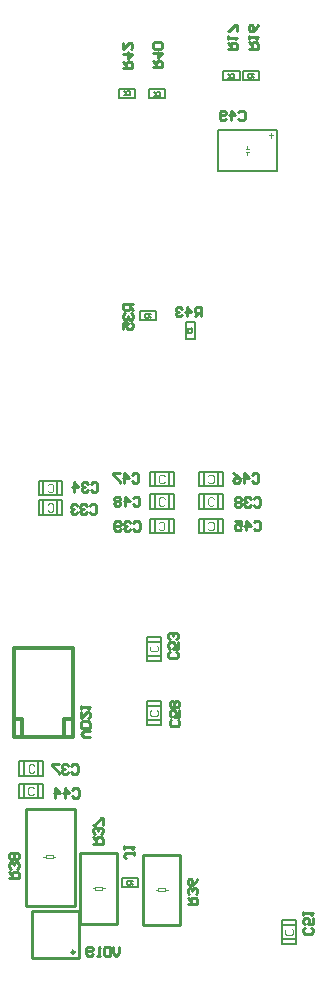
<source format=gbo>
G04*
G04 #@! TF.GenerationSoftware,Altium Limited,Altium Designer,19.1.5 (86)*
G04*
G04 Layer_Color=32896*
%FSLAX44Y44*%
%MOMM*%
G71*
G01*
G75*
%ADD12C,0.2500*%
%ADD13C,0.1000*%
%ADD14C,0.2000*%
%ADD15C,0.3000*%
%ADD16C,0.1500*%
%ADD17C,0.2540*%
%ADD18C,0.0500*%
D12*
X1205210Y257200D02*
G03*
X1205210Y257200I-1250J0D01*
G01*
D13*
X1186910Y336650D02*
Y337900D01*
X1180910Y336650D02*
X1186910D01*
X1180910D02*
Y339150D01*
X1186910D01*
Y337900D02*
Y339150D01*
Y337900D02*
X1188910D01*
X1178910D02*
X1180910D01*
X1318225Y620592D02*
X1319391Y621758D01*
X1321724D01*
X1322890Y620592D01*
Y615926D01*
X1321724Y614760D01*
X1319391D01*
X1318225Y615926D01*
X1323055Y636479D02*
X1321889Y635312D01*
X1319556D01*
X1318390Y636479D01*
Y641144D01*
X1319556Y642310D01*
X1321889D01*
X1323055Y641144D01*
X1318225Y660191D02*
X1319391Y661358D01*
X1321724D01*
X1322890Y660191D01*
Y655526D01*
X1321724Y654360D01*
X1319391D01*
X1318225Y655526D01*
X1276635Y620592D02*
X1277801Y621758D01*
X1280134D01*
X1281300Y620592D01*
Y615926D01*
X1280134Y614760D01*
X1277801D01*
X1276635Y615926D01*
X1281465Y636479D02*
X1280299Y635312D01*
X1277966D01*
X1276800Y636479D01*
Y641144D01*
X1277966Y642310D01*
X1280299D01*
X1281465Y641144D01*
X1281465Y655529D02*
X1280299Y654362D01*
X1277966D01*
X1276800Y655529D01*
Y660194D01*
X1277966Y661360D01*
X1280299D01*
X1281465Y660194D01*
X1182335Y636061D02*
X1183501Y637228D01*
X1185834D01*
X1187000Y636061D01*
Y631396D01*
X1185834Y630230D01*
X1183501D01*
X1182335Y631396D01*
Y652571D02*
X1183501Y653738D01*
X1185834D01*
X1187000Y652571D01*
Y647906D01*
X1185834Y646740D01*
X1183501D01*
X1182335Y647906D01*
X1389171Y276829D02*
X1390338Y275663D01*
Y273330D01*
X1389171Y272164D01*
X1384506D01*
X1383340Y273330D01*
Y275663D01*
X1384506Y276829D01*
X1274871Y516605D02*
X1276038Y515439D01*
Y513106D01*
X1274871Y511940D01*
X1270206D01*
X1269040Y513106D01*
Y515439D01*
X1270206Y516605D01*
X1274871Y461995D02*
X1276038Y460829D01*
Y458496D01*
X1274871Y457330D01*
X1270206D01*
X1269040Y458496D01*
Y460829D01*
X1270206Y461995D01*
X1170655Y391369D02*
X1169489Y390202D01*
X1167156D01*
X1165990Y391369D01*
Y396034D01*
X1167156Y397200D01*
X1169489D01*
X1170655Y396034D01*
X1170975Y410419D02*
X1169809Y409252D01*
X1167476D01*
X1166310Y410419D01*
Y415084D01*
X1167476Y416250D01*
X1169809D01*
X1170975Y415084D01*
D14*
X1314640Y612260D02*
Y624260D01*
X1326640Y612260D02*
Y624260D01*
X1330640Y612260D02*
Y624260D01*
X1310640Y612260D02*
X1330640D01*
X1310640D02*
Y624260D01*
X1330640D01*
X1326640Y632810D02*
Y644810D01*
X1314640Y632810D02*
Y644810D01*
X1310640Y632810D02*
Y644810D01*
X1330640D01*
Y632810D02*
Y644810D01*
X1310640Y632810D02*
X1330640D01*
X1314640Y651860D02*
Y663860D01*
X1326640Y651860D02*
Y663860D01*
X1330640Y651860D02*
Y663860D01*
X1310640Y651860D02*
X1330640D01*
X1310640D02*
Y663860D01*
X1330640D01*
X1273050Y612260D02*
Y624260D01*
X1285050Y612260D02*
Y624260D01*
X1289050Y612260D02*
Y624260D01*
X1269050Y612260D02*
X1289050D01*
X1269050D02*
Y624260D01*
X1289050D01*
X1285050Y632810D02*
Y644810D01*
X1273050Y632810D02*
Y644810D01*
X1269050Y632810D02*
Y644810D01*
X1289050D01*
Y632810D02*
Y644810D01*
X1269050Y632810D02*
X1289050D01*
X1285050Y651860D02*
Y663860D01*
X1273050Y651860D02*
Y663860D01*
X1269050Y651860D02*
Y663860D01*
X1289050D01*
Y651860D02*
Y663860D01*
X1269050Y651860D02*
X1289050D01*
X1178750Y627730D02*
Y639730D01*
X1190750Y627730D02*
Y639730D01*
X1194750Y627730D02*
Y639730D01*
X1174750Y627730D02*
X1194750D01*
X1174750D02*
Y639730D01*
X1194750D01*
X1178750Y644240D02*
Y656240D01*
X1190750Y644240D02*
Y656240D01*
X1194750Y644240D02*
Y656240D01*
X1174750Y644240D02*
X1194750D01*
X1174750D02*
Y656240D01*
X1194750D01*
X1392840Y264414D02*
Y284414D01*
X1380840D02*
X1392840D01*
X1380840Y264414D02*
Y284414D01*
Y264414D02*
X1392840D01*
X1380840Y268414D02*
X1392840D01*
X1380840Y280414D02*
X1392840D01*
X1376580Y918990D02*
Y952990D01*
X1326580Y918990D02*
X1376580D01*
X1326580D02*
Y952990D01*
X1376580D01*
X1266540Y520190D02*
X1278540D01*
X1266540Y508190D02*
X1278540D01*
X1266540Y504190D02*
X1278540D01*
X1266540D02*
Y524190D01*
X1278540D01*
Y504190D02*
Y524190D01*
X1266540Y465580D02*
X1278540D01*
X1266540Y453580D02*
X1278540D01*
X1266540Y449580D02*
X1278540D01*
X1266540D02*
Y469580D01*
X1278540D01*
Y449580D02*
Y469580D01*
X1174240Y387700D02*
Y399700D01*
X1162240Y387700D02*
Y399700D01*
X1158240Y387700D02*
Y399700D01*
X1178240D01*
Y387700D02*
Y399700D01*
X1158240Y387700D02*
X1178240D01*
X1174560Y406750D02*
Y418750D01*
X1162560Y406750D02*
Y418750D01*
X1158560Y406750D02*
Y418750D01*
X1178560D01*
Y406750D02*
Y418750D01*
X1158560Y406750D02*
X1178560D01*
D15*
X1153560Y514660D02*
X1203560D01*
Y439660D02*
Y514660D01*
X1153560Y439660D02*
X1203560D01*
X1153560D02*
Y514660D01*
X1153561Y454661D02*
X1161061D01*
Y439661D02*
Y454661D01*
X1196061D02*
X1203561D01*
X1196061Y439661D02*
Y454661D01*
D16*
X1256792Y980506D02*
Y988380D01*
X1242568Y980506D02*
Y988380D01*
Y980506D02*
X1256792D01*
X1242568Y988380D02*
X1256792D01*
X1282192Y980186D02*
Y988060D01*
X1267968Y980186D02*
Y988060D01*
Y980186D02*
X1282192D01*
X1267968Y988060D02*
X1282192D01*
X1299276Y776478D02*
X1307150D01*
X1299276Y790702D02*
X1307150D01*
X1299276Y776478D02*
Y790702D01*
X1307150Y776478D02*
Y790702D01*
X1260348Y792160D02*
Y800034D01*
X1274572Y792160D02*
Y800034D01*
X1260348D02*
X1274572D01*
X1260348Y792160D02*
X1274572D01*
X1345205Y995426D02*
Y1003300D01*
X1330981Y995426D02*
Y1003300D01*
Y995426D02*
X1345205D01*
X1330981Y1003300D02*
X1345205D01*
X1347491Y995360D02*
Y1003234D01*
X1361715Y995360D02*
Y1003234D01*
X1347491D02*
X1361715D01*
X1347491Y995360D02*
X1361715D01*
X1245108Y312150D02*
Y320024D01*
X1259332Y312150D02*
Y320024D01*
X1245108D02*
X1259332D01*
X1245108Y312150D02*
X1259332D01*
X1247140Y982792D02*
X1252138D01*
Y985291D01*
X1251305Y986124D01*
X1249639D01*
X1248806Y985291D01*
Y982792D01*
Y984458D02*
X1247140Y986124D01*
X1272540Y982472D02*
X1277538D01*
Y984971D01*
X1276705Y985804D01*
X1275039D01*
X1274206Y984971D01*
Y982472D01*
Y984138D02*
X1272540Y985804D01*
X1301562Y786130D02*
Y781132D01*
X1304061D01*
X1304894Y781965D01*
Y783631D01*
X1304061Y784464D01*
X1301562D01*
X1303228D02*
X1304894Y786130D01*
X1270000Y797748D02*
X1265002D01*
Y795249D01*
X1265835Y794416D01*
X1267501D01*
X1268334Y795249D01*
Y797748D01*
Y796082D02*
X1270000Y794416D01*
X1335553Y997712D02*
X1340551D01*
Y1000211D01*
X1339718Y1001044D01*
X1338052D01*
X1337219Y1000211D01*
Y997712D01*
Y999378D02*
X1335553Y1001044D01*
X1357143Y1000948D02*
X1352144D01*
Y998449D01*
X1352977Y997616D01*
X1354643D01*
X1355477Y998449D01*
Y1000948D01*
Y999282D02*
X1357143Y997616D01*
X1254760Y317738D02*
X1249762D01*
Y315239D01*
X1250595Y314406D01*
X1252261D01*
X1253094Y315239D01*
Y317738D01*
Y316072D02*
X1254760Y314406D01*
D17*
X1168880Y292240D02*
X1208880D01*
X1168880Y252240D02*
Y292240D01*
Y252240D02*
X1208880D01*
Y292240D01*
X1262890Y279891D02*
X1294890D01*
X1262890D02*
Y339891D01*
X1294890D01*
Y279891D02*
Y339891D01*
X1209550Y281141D02*
X1241551D01*
X1209550D02*
Y341141D01*
X1241551D01*
Y281141D02*
Y341141D01*
X1163910Y378650D02*
X1205910D01*
Y296650D02*
Y378650D01*
X1163910Y296650D02*
X1205910D01*
X1163910D02*
Y378650D01*
X1218307Y439420D02*
X1212976D01*
X1210310Y442086D01*
X1212976Y444752D01*
X1218307D01*
Y447417D02*
X1210310D01*
Y451416D01*
X1211643Y452749D01*
X1216974D01*
X1218307Y451416D01*
Y447417D01*
X1210310Y460746D02*
Y455415D01*
X1215642Y460746D01*
X1216974D01*
X1218307Y459414D01*
Y456748D01*
X1216974Y455415D01*
X1210310Y463412D02*
Y466078D01*
Y464745D01*
X1218307D01*
X1216974Y463412D01*
X1243076Y261997D02*
Y256666D01*
X1240410Y254000D01*
X1237744Y256666D01*
Y261997D01*
X1235079D02*
Y254000D01*
X1231080D01*
X1229747Y255333D01*
Y260665D01*
X1231080Y261997D01*
X1235079D01*
X1227081Y254000D02*
X1224415D01*
X1225748D01*
Y261997D01*
X1227081Y260665D01*
X1220417Y255333D02*
X1219084Y254000D01*
X1216418D01*
X1215085Y255333D01*
Y260665D01*
X1216418Y261997D01*
X1219084D01*
X1220417Y260665D01*
Y259332D01*
X1219084Y257999D01*
X1215085D01*
X1312164Y795528D02*
Y803525D01*
X1308165D01*
X1306832Y802193D01*
Y799527D01*
X1308165Y798194D01*
X1312164D01*
X1309498D02*
X1306832Y795528D01*
X1300168D02*
Y803525D01*
X1304167Y799527D01*
X1298835D01*
X1296169Y802193D02*
X1294836Y803525D01*
X1292170D01*
X1290838Y802193D01*
Y800860D01*
X1292170Y799527D01*
X1293503D01*
X1292170D01*
X1290838Y798194D01*
Y796861D01*
X1292170Y795528D01*
X1294836D01*
X1296169Y796861D01*
X1246124Y1005840D02*
X1254121D01*
Y1009839D01*
X1252788Y1011172D01*
X1250123D01*
X1248790Y1009839D01*
Y1005840D01*
Y1008506D02*
X1246124Y1011172D01*
Y1017836D02*
X1254121D01*
X1250123Y1013837D01*
Y1019169D01*
X1246124Y1027166D02*
Y1021835D01*
X1251456Y1027166D01*
X1252788D01*
X1254121Y1025834D01*
Y1023168D01*
X1252788Y1021835D01*
X1271524Y1006348D02*
X1279521D01*
Y1010347D01*
X1278188Y1011680D01*
X1275523D01*
X1274190Y1010347D01*
Y1006348D01*
Y1009014D02*
X1271524Y1011680D01*
Y1018344D02*
X1279521D01*
X1275523Y1014345D01*
Y1019677D01*
X1278188Y1022343D02*
X1279521Y1023676D01*
Y1026342D01*
X1278188Y1027674D01*
X1272857D01*
X1271524Y1026342D01*
Y1023676D01*
X1272857Y1022343D01*
X1278188D01*
X1149858Y320040D02*
X1157855D01*
Y324039D01*
X1156523Y325372D01*
X1153857D01*
X1152524Y324039D01*
Y320040D01*
Y322706D02*
X1149858Y325372D01*
X1156523Y328037D02*
X1157855Y329370D01*
Y332036D01*
X1156523Y333369D01*
X1155190D01*
X1153857Y332036D01*
Y330703D01*
Y332036D01*
X1152524Y333369D01*
X1151191D01*
X1149858Y332036D01*
Y329370D01*
X1151191Y328037D01*
X1156523Y336035D02*
X1157855Y337368D01*
Y340034D01*
X1156523Y341366D01*
X1155190D01*
X1153857Y340034D01*
X1152524Y341366D01*
X1151191D01*
X1149858Y340034D01*
Y337368D01*
X1151191Y336035D01*
X1152524D01*
X1153857Y337368D01*
X1155190Y336035D01*
X1156523D01*
X1153857Y337368D02*
Y340034D01*
X1220978Y349250D02*
X1228975D01*
Y353249D01*
X1227643Y354582D01*
X1224977D01*
X1223644Y353249D01*
Y349250D01*
Y351916D02*
X1220978Y354582D01*
X1227643Y357247D02*
X1228975Y358580D01*
Y361246D01*
X1227643Y362579D01*
X1226310D01*
X1224977Y361246D01*
Y359913D01*
Y361246D01*
X1223644Y362579D01*
X1222311D01*
X1220978Y361246D01*
Y358580D01*
X1222311Y357247D01*
X1228975Y365245D02*
Y370576D01*
X1227643D01*
X1222311Y365245D01*
X1220978D01*
X1300988Y298196D02*
X1308985D01*
Y302195D01*
X1307652Y303528D01*
X1304987D01*
X1303654Y302195D01*
Y298196D01*
Y300862D02*
X1300988Y303528D01*
X1307652Y306193D02*
X1308985Y307526D01*
Y310192D01*
X1307652Y311525D01*
X1306320D01*
X1304987Y310192D01*
Y308859D01*
Y310192D01*
X1303654Y311525D01*
X1302321D01*
X1300988Y310192D01*
Y307526D01*
X1302321Y306193D01*
X1308985Y319522D02*
X1307652Y316857D01*
X1304987Y314191D01*
X1302321D01*
X1300988Y315524D01*
Y318190D01*
X1302321Y319522D01*
X1303654D01*
X1304987Y318190D01*
Y314191D01*
X1254506Y806196D02*
X1246509D01*
Y802197D01*
X1247841Y800864D01*
X1250507D01*
X1251840Y802197D01*
Y806196D01*
Y803530D02*
X1254506Y800864D01*
X1247841Y798199D02*
X1246509Y796866D01*
Y794200D01*
X1247841Y792867D01*
X1249174D01*
X1250507Y794200D01*
Y795533D01*
Y794200D01*
X1251840Y792867D01*
X1253173D01*
X1254506Y794200D01*
Y796866D01*
X1253173Y798199D01*
X1246509Y784870D02*
Y790201D01*
X1250507D01*
X1249174Y787535D01*
Y786202D01*
X1250507Y784870D01*
X1253173D01*
X1254506Y786202D01*
Y788868D01*
X1253173Y790201D01*
X1334770Y1022096D02*
X1342767D01*
Y1026095D01*
X1341434Y1027428D01*
X1338769D01*
X1337436Y1026095D01*
Y1022096D01*
Y1024762D02*
X1334770Y1027428D01*
Y1030093D02*
Y1032759D01*
Y1031426D01*
X1342767D01*
X1341434Y1030093D01*
X1342767Y1036758D02*
Y1042090D01*
X1341434D01*
X1336103Y1036758D01*
X1334770D01*
X1352550Y1022350D02*
X1360547D01*
Y1026349D01*
X1359214Y1027682D01*
X1356549D01*
X1355216Y1026349D01*
Y1022350D01*
Y1025016D02*
X1352550Y1027682D01*
Y1030347D02*
Y1033013D01*
Y1031680D01*
X1360547D01*
X1359214Y1030347D01*
X1360547Y1042344D02*
X1359214Y1039678D01*
X1356549Y1037012D01*
X1353883D01*
X1352550Y1038345D01*
Y1041011D01*
X1353883Y1042344D01*
X1355216D01*
X1356549Y1041011D01*
Y1037012D01*
X1255391Y342136D02*
Y339470D01*
Y340803D01*
X1248727D01*
X1247394Y339470D01*
Y338137D01*
X1248727Y336804D01*
X1247394Y344801D02*
Y347467D01*
Y346134D01*
X1255391D01*
X1254059Y344801D01*
X1292413Y453896D02*
X1293745Y452563D01*
Y449897D01*
X1292413Y448564D01*
X1287081D01*
X1285748Y449897D01*
Y452563D01*
X1287081Y453896D01*
X1293745Y461893D02*
Y456561D01*
X1289747D01*
X1291080Y459227D01*
Y460560D01*
X1289747Y461893D01*
X1287081D01*
X1285748Y460560D01*
Y457894D01*
X1287081Y456561D01*
X1292413Y464559D02*
X1293745Y465892D01*
Y468558D01*
X1292413Y469890D01*
X1291080D01*
X1289747Y468558D01*
X1288414Y469890D01*
X1287081D01*
X1285748Y468558D01*
Y465892D01*
X1287081Y464559D01*
X1288414D01*
X1289747Y465892D01*
X1291080Y464559D01*
X1292413D01*
X1289747Y465892D02*
Y468558D01*
X1291396Y511554D02*
X1292729Y510221D01*
Y507555D01*
X1291396Y506222D01*
X1286065D01*
X1284732Y507555D01*
Y510221D01*
X1286065Y511554D01*
X1292729Y519551D02*
Y514219D01*
X1288731D01*
X1290064Y516885D01*
Y518218D01*
X1288731Y519551D01*
X1286065D01*
X1284732Y518218D01*
Y515552D01*
X1286065Y514219D01*
X1291396Y522217D02*
X1292729Y523550D01*
Y526216D01*
X1291396Y527548D01*
X1290064D01*
X1288731Y526216D01*
Y524883D01*
Y526216D01*
X1287398Y527548D01*
X1286065D01*
X1284732Y526216D01*
Y523550D01*
X1286065Y522217D01*
X1405443Y278128D02*
X1406775Y276795D01*
Y274129D01*
X1405443Y272796D01*
X1400111D01*
X1398778Y274129D01*
Y276795D01*
X1400111Y278128D01*
X1406775Y286125D02*
Y280793D01*
X1402777D01*
X1404110Y283459D01*
Y284792D01*
X1402777Y286125D01*
X1400111D01*
X1398778Y284792D01*
Y282126D01*
X1400111Y280793D01*
X1398778Y288791D02*
Y291457D01*
Y290124D01*
X1406775D01*
X1405443Y288791D01*
X1344008Y968308D02*
X1345341Y969641D01*
X1348007D01*
X1349340Y968308D01*
Y962977D01*
X1348007Y961644D01*
X1345341D01*
X1344008Y962977D01*
X1337344Y961644D02*
Y969641D01*
X1341343Y965643D01*
X1336011D01*
X1333345Y962977D02*
X1332012Y961644D01*
X1329346D01*
X1328013Y962977D01*
Y968308D01*
X1329346Y969641D01*
X1332012D01*
X1333345Y968308D01*
Y966976D01*
X1332012Y965643D01*
X1328013D01*
X1254762Y641665D02*
X1256095Y642997D01*
X1258761D01*
X1260094Y641665D01*
Y636333D01*
X1258761Y635000D01*
X1256095D01*
X1254762Y636333D01*
X1248098Y635000D02*
Y642997D01*
X1252097Y638999D01*
X1246765D01*
X1244099Y641665D02*
X1242766Y642997D01*
X1240100D01*
X1238768Y641665D01*
Y640332D01*
X1240100Y638999D01*
X1238768Y637666D01*
Y636333D01*
X1240100Y635000D01*
X1242766D01*
X1244099Y636333D01*
Y637666D01*
X1242766Y638999D01*
X1244099Y640332D01*
Y641665D01*
X1242766Y638999D02*
X1240100D01*
X1254000Y661223D02*
X1255333Y662555D01*
X1257999D01*
X1259332Y661223D01*
Y655891D01*
X1257999Y654558D01*
X1255333D01*
X1254000Y655891D01*
X1247336Y654558D02*
Y662555D01*
X1251335Y658557D01*
X1246003D01*
X1243337Y662555D02*
X1238006D01*
Y661223D01*
X1243337Y655891D01*
Y654558D01*
X1355600Y661223D02*
X1356933Y662555D01*
X1359599D01*
X1360932Y661223D01*
Y655891D01*
X1359599Y654558D01*
X1356933D01*
X1355600Y655891D01*
X1348936Y654558D02*
Y662555D01*
X1352935Y658557D01*
X1347603D01*
X1339606Y662555D02*
X1342271Y661223D01*
X1344937Y658557D01*
Y655891D01*
X1343604Y654558D01*
X1340938D01*
X1339606Y655891D01*
Y657224D01*
X1340938Y658557D01*
X1344937D01*
X1356870Y621091D02*
X1358203Y622423D01*
X1360869D01*
X1362202Y621091D01*
Y615759D01*
X1360869Y614426D01*
X1358203D01*
X1356870Y615759D01*
X1350206Y614426D02*
Y622423D01*
X1354205Y618425D01*
X1348873D01*
X1340876Y622423D02*
X1346207D01*
Y618425D01*
X1343541Y619758D01*
X1342208D01*
X1340876Y618425D01*
Y615759D01*
X1342208Y614426D01*
X1344874D01*
X1346207Y615759D01*
X1203454Y394776D02*
X1204787Y396109D01*
X1207453D01*
X1208786Y394776D01*
Y389445D01*
X1207453Y388112D01*
X1204787D01*
X1203454Y389445D01*
X1196790Y388112D02*
Y396109D01*
X1200789Y392111D01*
X1195457D01*
X1188792Y388112D02*
Y396109D01*
X1192791Y392111D01*
X1187460D01*
X1255016Y620583D02*
X1256349Y621915D01*
X1259015D01*
X1260348Y620583D01*
Y615251D01*
X1259015Y613918D01*
X1256349D01*
X1255016Y615251D01*
X1252351Y620583D02*
X1251018Y621915D01*
X1248352D01*
X1247019Y620583D01*
Y619250D01*
X1248352Y617917D01*
X1249685D01*
X1248352D01*
X1247019Y616584D01*
Y615251D01*
X1248352Y613918D01*
X1251018D01*
X1252351Y615251D01*
X1244353D02*
X1243020Y613918D01*
X1240354D01*
X1239022Y615251D01*
Y620583D01*
X1240354Y621915D01*
X1243020D01*
X1244353Y620583D01*
Y619250D01*
X1243020Y617917D01*
X1239022D01*
X1356870Y641156D02*
X1358203Y642489D01*
X1360869D01*
X1362202Y641156D01*
Y635825D01*
X1360869Y634492D01*
X1358203D01*
X1356870Y635825D01*
X1354205Y641156D02*
X1352872Y642489D01*
X1350206D01*
X1348873Y641156D01*
Y639824D01*
X1350206Y638491D01*
X1351539D01*
X1350206D01*
X1348873Y637158D01*
Y635825D01*
X1350206Y634492D01*
X1352872D01*
X1354205Y635825D01*
X1346207Y641156D02*
X1344874Y642489D01*
X1342208D01*
X1340876Y641156D01*
Y639824D01*
X1342208Y638491D01*
X1340876Y637158D01*
Y635825D01*
X1342208Y634492D01*
X1344874D01*
X1346207Y635825D01*
Y637158D01*
X1344874Y638491D01*
X1346207Y639824D01*
Y641156D01*
X1344874Y638491D02*
X1342208D01*
X1202438Y414842D02*
X1203771Y416175D01*
X1206437D01*
X1207770Y414842D01*
Y409511D01*
X1206437Y408178D01*
X1203771D01*
X1202438Y409511D01*
X1199773Y414842D02*
X1198440Y416175D01*
X1195774D01*
X1194441Y414842D01*
Y413510D01*
X1195774Y412177D01*
X1197107D01*
X1195774D01*
X1194441Y410844D01*
Y409511D01*
X1195774Y408178D01*
X1198440D01*
X1199773Y409511D01*
X1191775Y416175D02*
X1186444D01*
Y414842D01*
X1191775Y409511D01*
Y408178D01*
X1219202Y653857D02*
X1220535Y655189D01*
X1223201D01*
X1224534Y653857D01*
Y648525D01*
X1223201Y647192D01*
X1220535D01*
X1219202Y648525D01*
X1216537Y653857D02*
X1215204Y655189D01*
X1212538D01*
X1211205Y653857D01*
Y652524D01*
X1212538Y651191D01*
X1213871D01*
X1212538D01*
X1211205Y649858D01*
Y648525D01*
X1212538Y647192D01*
X1215204D01*
X1216537Y648525D01*
X1204540Y647192D02*
Y655189D01*
X1208539Y651191D01*
X1203208D01*
X1218186Y635061D02*
X1219519Y636393D01*
X1222185D01*
X1223518Y635061D01*
Y629729D01*
X1222185Y628396D01*
X1219519D01*
X1218186Y629729D01*
X1215521Y635061D02*
X1214188Y636393D01*
X1211522D01*
X1210189Y635061D01*
Y633728D01*
X1211522Y632395D01*
X1212855D01*
X1211522D01*
X1210189Y631062D01*
Y629729D01*
X1211522Y628396D01*
X1214188D01*
X1215521Y629729D01*
X1207523Y635061D02*
X1206190Y636393D01*
X1203524D01*
X1202192Y635061D01*
Y633728D01*
X1203524Y632395D01*
X1204857D01*
X1203524D01*
X1202192Y631062D01*
Y629729D01*
X1203524Y628396D01*
X1206190D01*
X1207523Y629729D01*
D18*
X1369580Y948990D02*
X1373580D01*
X1371580Y946990D02*
Y950990D01*
X1350150Y937260D02*
X1352690D01*
X1350150Y934720D02*
X1352690D01*
X1351420Y937260D02*
Y939800D01*
Y932180D02*
Y934720D01*
X1276140Y310140D02*
Y311390D01*
X1282140D01*
Y308890D02*
Y311390D01*
X1276140Y308890D02*
X1282140D01*
X1276140D02*
Y310140D01*
X1274140D02*
X1276140D01*
X1282140D02*
X1284140D01*
X1222800Y311390D02*
Y312640D01*
X1228800D01*
Y310140D02*
Y312640D01*
X1222800Y310140D02*
X1228800D01*
X1222800D02*
Y311390D01*
X1220800D02*
X1222800D01*
X1228800D02*
X1230800D01*
M02*

</source>
